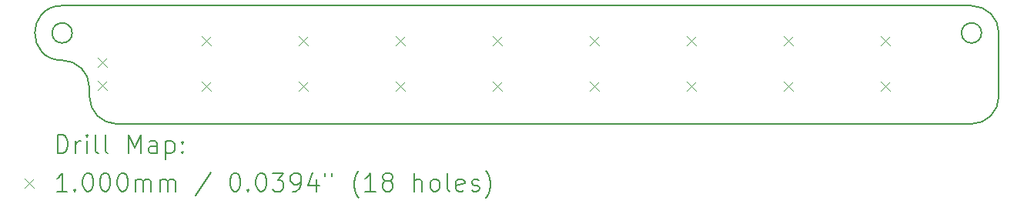
<source format=gbr>
%TF.GenerationSoftware,KiCad,Pcbnew,7.0.11*%
%TF.CreationDate,2025-01-20T02:25:37+09:00*%
%TF.ProjectId,Capasitor,43617061-7369-4746-9f72-2e6b69636164,rev?*%
%TF.SameCoordinates,Original*%
%TF.FileFunction,Drillmap*%
%TF.FilePolarity,Positive*%
%FSLAX45Y45*%
G04 Gerber Fmt 4.5, Leading zero omitted, Abs format (unit mm)*
G04 Created by KiCad (PCBNEW 7.0.11) date 2025-01-20 02:25:37*
%MOMM*%
%LPD*%
G01*
G04 APERTURE LIST*
%ADD10C,0.200000*%
%ADD11C,0.100000*%
G04 APERTURE END LIST*
D10*
X10104600Y-9810000D02*
G75*
G03*
X9884600Y-9810000I-110000J0D01*
G01*
X9884600Y-9810000D02*
G75*
G03*
X10104600Y-9810000I110000J0D01*
G01*
X20104600Y-9810000D02*
G75*
G03*
X19884600Y-9810000I-110000J0D01*
G01*
X19884600Y-9810000D02*
G75*
G03*
X20104600Y-9810000I110000J0D01*
G01*
X10294600Y-10410000D02*
X10294600Y-10510000D01*
X10294600Y-10410000D02*
G75*
G03*
X9994600Y-10110000I-300000J0D01*
G01*
X9994600Y-9510000D02*
G75*
G03*
X9994600Y-10110000I0J-300000D01*
G01*
X19994600Y-9510000D02*
X9994600Y-9510000D01*
X20294600Y-9810000D02*
G75*
G03*
X19994600Y-9510000I-300000J0D01*
G01*
X20294600Y-10510000D02*
X20294600Y-9810000D01*
X19994600Y-10810000D02*
G75*
G03*
X20294600Y-10510000I0J300000D01*
G01*
X10594600Y-10810000D02*
X19994600Y-10810000D01*
X10294600Y-10510000D02*
G75*
G03*
X10594600Y-10810000I300000J0D01*
G01*
D11*
X10389400Y-10084100D02*
X10489400Y-10184100D01*
X10489400Y-10084100D02*
X10389400Y-10184100D01*
X10389400Y-10338100D02*
X10489400Y-10438100D01*
X10489400Y-10338100D02*
X10389400Y-10438100D01*
X11532400Y-9847832D02*
X11632400Y-9947832D01*
X11632400Y-9847832D02*
X11532400Y-9947832D01*
X11532400Y-10347832D02*
X11632400Y-10447832D01*
X11632400Y-10347832D02*
X11532400Y-10447832D01*
X12599200Y-9847832D02*
X12699200Y-9947832D01*
X12699200Y-9847832D02*
X12599200Y-9947832D01*
X12599200Y-10347832D02*
X12699200Y-10447832D01*
X12699200Y-10347832D02*
X12599200Y-10447832D01*
X13666000Y-9847832D02*
X13766000Y-9947832D01*
X13766000Y-9847832D02*
X13666000Y-9947832D01*
X13666000Y-10347832D02*
X13766000Y-10447832D01*
X13766000Y-10347832D02*
X13666000Y-10447832D01*
X14732800Y-9847832D02*
X14832800Y-9947832D01*
X14832800Y-9847832D02*
X14732800Y-9947832D01*
X14732800Y-10347832D02*
X14832800Y-10447832D01*
X14832800Y-10347832D02*
X14732800Y-10447832D01*
X15799600Y-9847832D02*
X15899600Y-9947832D01*
X15899600Y-9847832D02*
X15799600Y-9947832D01*
X15799600Y-10347832D02*
X15899600Y-10447832D01*
X15899600Y-10347832D02*
X15799600Y-10447832D01*
X16866400Y-9847832D02*
X16966400Y-9947832D01*
X16966400Y-9847832D02*
X16866400Y-9947832D01*
X16866400Y-10347832D02*
X16966400Y-10447832D01*
X16966400Y-10347832D02*
X16866400Y-10447832D01*
X17933200Y-9847832D02*
X18033200Y-9947832D01*
X18033200Y-9847832D02*
X17933200Y-9947832D01*
X17933200Y-10347832D02*
X18033200Y-10447832D01*
X18033200Y-10347832D02*
X17933200Y-10447832D01*
X19000000Y-9847832D02*
X19100000Y-9947832D01*
X19100000Y-9847832D02*
X19000000Y-9947832D01*
X19000000Y-10347832D02*
X19100000Y-10447832D01*
X19100000Y-10347832D02*
X19000000Y-10447832D01*
D10*
X9945376Y-11131484D02*
X9945376Y-10931484D01*
X9945376Y-10931484D02*
X9992995Y-10931484D01*
X9992995Y-10931484D02*
X10021567Y-10941008D01*
X10021567Y-10941008D02*
X10040615Y-10960055D01*
X10040615Y-10960055D02*
X10050138Y-10979103D01*
X10050138Y-10979103D02*
X10059662Y-11017198D01*
X10059662Y-11017198D02*
X10059662Y-11045770D01*
X10059662Y-11045770D02*
X10050138Y-11083865D01*
X10050138Y-11083865D02*
X10040615Y-11102912D01*
X10040615Y-11102912D02*
X10021567Y-11121960D01*
X10021567Y-11121960D02*
X9992995Y-11131484D01*
X9992995Y-11131484D02*
X9945376Y-11131484D01*
X10145376Y-11131484D02*
X10145376Y-10998150D01*
X10145376Y-11036246D02*
X10154900Y-11017198D01*
X10154900Y-11017198D02*
X10164424Y-11007674D01*
X10164424Y-11007674D02*
X10183472Y-10998150D01*
X10183472Y-10998150D02*
X10202519Y-10998150D01*
X10269186Y-11131484D02*
X10269186Y-10998150D01*
X10269186Y-10931484D02*
X10259662Y-10941008D01*
X10259662Y-10941008D02*
X10269186Y-10950531D01*
X10269186Y-10950531D02*
X10278710Y-10941008D01*
X10278710Y-10941008D02*
X10269186Y-10931484D01*
X10269186Y-10931484D02*
X10269186Y-10950531D01*
X10392995Y-11131484D02*
X10373948Y-11121960D01*
X10373948Y-11121960D02*
X10364424Y-11102912D01*
X10364424Y-11102912D02*
X10364424Y-10931484D01*
X10497757Y-11131484D02*
X10478710Y-11121960D01*
X10478710Y-11121960D02*
X10469186Y-11102912D01*
X10469186Y-11102912D02*
X10469186Y-10931484D01*
X10726329Y-11131484D02*
X10726329Y-10931484D01*
X10726329Y-10931484D02*
X10792996Y-11074341D01*
X10792996Y-11074341D02*
X10859662Y-10931484D01*
X10859662Y-10931484D02*
X10859662Y-11131484D01*
X11040615Y-11131484D02*
X11040615Y-11026722D01*
X11040615Y-11026722D02*
X11031091Y-11007674D01*
X11031091Y-11007674D02*
X11012043Y-10998150D01*
X11012043Y-10998150D02*
X10973948Y-10998150D01*
X10973948Y-10998150D02*
X10954900Y-11007674D01*
X11040615Y-11121960D02*
X11021567Y-11131484D01*
X11021567Y-11131484D02*
X10973948Y-11131484D01*
X10973948Y-11131484D02*
X10954900Y-11121960D01*
X10954900Y-11121960D02*
X10945376Y-11102912D01*
X10945376Y-11102912D02*
X10945376Y-11083865D01*
X10945376Y-11083865D02*
X10954900Y-11064817D01*
X10954900Y-11064817D02*
X10973948Y-11055293D01*
X10973948Y-11055293D02*
X11021567Y-11055293D01*
X11021567Y-11055293D02*
X11040615Y-11045770D01*
X11135853Y-10998150D02*
X11135853Y-11198150D01*
X11135853Y-11007674D02*
X11154900Y-10998150D01*
X11154900Y-10998150D02*
X11192995Y-10998150D01*
X11192995Y-10998150D02*
X11212043Y-11007674D01*
X11212043Y-11007674D02*
X11221567Y-11017198D01*
X11221567Y-11017198D02*
X11231091Y-11036246D01*
X11231091Y-11036246D02*
X11231091Y-11093389D01*
X11231091Y-11093389D02*
X11221567Y-11112436D01*
X11221567Y-11112436D02*
X11212043Y-11121960D01*
X11212043Y-11121960D02*
X11192995Y-11131484D01*
X11192995Y-11131484D02*
X11154900Y-11131484D01*
X11154900Y-11131484D02*
X11135853Y-11121960D01*
X11316805Y-11112436D02*
X11326329Y-11121960D01*
X11326329Y-11121960D02*
X11316805Y-11131484D01*
X11316805Y-11131484D02*
X11307281Y-11121960D01*
X11307281Y-11121960D02*
X11316805Y-11112436D01*
X11316805Y-11112436D02*
X11316805Y-11131484D01*
X11316805Y-11007674D02*
X11326329Y-11017198D01*
X11326329Y-11017198D02*
X11316805Y-11026722D01*
X11316805Y-11026722D02*
X11307281Y-11017198D01*
X11307281Y-11017198D02*
X11316805Y-11007674D01*
X11316805Y-11007674D02*
X11316805Y-11026722D01*
D11*
X9584600Y-11410000D02*
X9684600Y-11510000D01*
X9684600Y-11410000D02*
X9584600Y-11510000D01*
D10*
X10050138Y-11551484D02*
X9935853Y-11551484D01*
X9992995Y-11551484D02*
X9992995Y-11351484D01*
X9992995Y-11351484D02*
X9973948Y-11380055D01*
X9973948Y-11380055D02*
X9954900Y-11399103D01*
X9954900Y-11399103D02*
X9935853Y-11408627D01*
X10135853Y-11532436D02*
X10145376Y-11541960D01*
X10145376Y-11541960D02*
X10135853Y-11551484D01*
X10135853Y-11551484D02*
X10126329Y-11541960D01*
X10126329Y-11541960D02*
X10135853Y-11532436D01*
X10135853Y-11532436D02*
X10135853Y-11551484D01*
X10269186Y-11351484D02*
X10288234Y-11351484D01*
X10288234Y-11351484D02*
X10307281Y-11361008D01*
X10307281Y-11361008D02*
X10316805Y-11370531D01*
X10316805Y-11370531D02*
X10326329Y-11389579D01*
X10326329Y-11389579D02*
X10335853Y-11427674D01*
X10335853Y-11427674D02*
X10335853Y-11475293D01*
X10335853Y-11475293D02*
X10326329Y-11513388D01*
X10326329Y-11513388D02*
X10316805Y-11532436D01*
X10316805Y-11532436D02*
X10307281Y-11541960D01*
X10307281Y-11541960D02*
X10288234Y-11551484D01*
X10288234Y-11551484D02*
X10269186Y-11551484D01*
X10269186Y-11551484D02*
X10250138Y-11541960D01*
X10250138Y-11541960D02*
X10240615Y-11532436D01*
X10240615Y-11532436D02*
X10231091Y-11513388D01*
X10231091Y-11513388D02*
X10221567Y-11475293D01*
X10221567Y-11475293D02*
X10221567Y-11427674D01*
X10221567Y-11427674D02*
X10231091Y-11389579D01*
X10231091Y-11389579D02*
X10240615Y-11370531D01*
X10240615Y-11370531D02*
X10250138Y-11361008D01*
X10250138Y-11361008D02*
X10269186Y-11351484D01*
X10459662Y-11351484D02*
X10478710Y-11351484D01*
X10478710Y-11351484D02*
X10497757Y-11361008D01*
X10497757Y-11361008D02*
X10507281Y-11370531D01*
X10507281Y-11370531D02*
X10516805Y-11389579D01*
X10516805Y-11389579D02*
X10526329Y-11427674D01*
X10526329Y-11427674D02*
X10526329Y-11475293D01*
X10526329Y-11475293D02*
X10516805Y-11513388D01*
X10516805Y-11513388D02*
X10507281Y-11532436D01*
X10507281Y-11532436D02*
X10497757Y-11541960D01*
X10497757Y-11541960D02*
X10478710Y-11551484D01*
X10478710Y-11551484D02*
X10459662Y-11551484D01*
X10459662Y-11551484D02*
X10440615Y-11541960D01*
X10440615Y-11541960D02*
X10431091Y-11532436D01*
X10431091Y-11532436D02*
X10421567Y-11513388D01*
X10421567Y-11513388D02*
X10412043Y-11475293D01*
X10412043Y-11475293D02*
X10412043Y-11427674D01*
X10412043Y-11427674D02*
X10421567Y-11389579D01*
X10421567Y-11389579D02*
X10431091Y-11370531D01*
X10431091Y-11370531D02*
X10440615Y-11361008D01*
X10440615Y-11361008D02*
X10459662Y-11351484D01*
X10650138Y-11351484D02*
X10669186Y-11351484D01*
X10669186Y-11351484D02*
X10688234Y-11361008D01*
X10688234Y-11361008D02*
X10697757Y-11370531D01*
X10697757Y-11370531D02*
X10707281Y-11389579D01*
X10707281Y-11389579D02*
X10716805Y-11427674D01*
X10716805Y-11427674D02*
X10716805Y-11475293D01*
X10716805Y-11475293D02*
X10707281Y-11513388D01*
X10707281Y-11513388D02*
X10697757Y-11532436D01*
X10697757Y-11532436D02*
X10688234Y-11541960D01*
X10688234Y-11541960D02*
X10669186Y-11551484D01*
X10669186Y-11551484D02*
X10650138Y-11551484D01*
X10650138Y-11551484D02*
X10631091Y-11541960D01*
X10631091Y-11541960D02*
X10621567Y-11532436D01*
X10621567Y-11532436D02*
X10612043Y-11513388D01*
X10612043Y-11513388D02*
X10602519Y-11475293D01*
X10602519Y-11475293D02*
X10602519Y-11427674D01*
X10602519Y-11427674D02*
X10612043Y-11389579D01*
X10612043Y-11389579D02*
X10621567Y-11370531D01*
X10621567Y-11370531D02*
X10631091Y-11361008D01*
X10631091Y-11361008D02*
X10650138Y-11351484D01*
X10802519Y-11551484D02*
X10802519Y-11418150D01*
X10802519Y-11437198D02*
X10812043Y-11427674D01*
X10812043Y-11427674D02*
X10831091Y-11418150D01*
X10831091Y-11418150D02*
X10859662Y-11418150D01*
X10859662Y-11418150D02*
X10878710Y-11427674D01*
X10878710Y-11427674D02*
X10888234Y-11446722D01*
X10888234Y-11446722D02*
X10888234Y-11551484D01*
X10888234Y-11446722D02*
X10897757Y-11427674D01*
X10897757Y-11427674D02*
X10916805Y-11418150D01*
X10916805Y-11418150D02*
X10945376Y-11418150D01*
X10945376Y-11418150D02*
X10964424Y-11427674D01*
X10964424Y-11427674D02*
X10973948Y-11446722D01*
X10973948Y-11446722D02*
X10973948Y-11551484D01*
X11069186Y-11551484D02*
X11069186Y-11418150D01*
X11069186Y-11437198D02*
X11078710Y-11427674D01*
X11078710Y-11427674D02*
X11097757Y-11418150D01*
X11097757Y-11418150D02*
X11126329Y-11418150D01*
X11126329Y-11418150D02*
X11145377Y-11427674D01*
X11145377Y-11427674D02*
X11154900Y-11446722D01*
X11154900Y-11446722D02*
X11154900Y-11551484D01*
X11154900Y-11446722D02*
X11164424Y-11427674D01*
X11164424Y-11427674D02*
X11183472Y-11418150D01*
X11183472Y-11418150D02*
X11212043Y-11418150D01*
X11212043Y-11418150D02*
X11231091Y-11427674D01*
X11231091Y-11427674D02*
X11240615Y-11446722D01*
X11240615Y-11446722D02*
X11240615Y-11551484D01*
X11631091Y-11341960D02*
X11459662Y-11599103D01*
X11888234Y-11351484D02*
X11907281Y-11351484D01*
X11907281Y-11351484D02*
X11926329Y-11361008D01*
X11926329Y-11361008D02*
X11935853Y-11370531D01*
X11935853Y-11370531D02*
X11945377Y-11389579D01*
X11945377Y-11389579D02*
X11954900Y-11427674D01*
X11954900Y-11427674D02*
X11954900Y-11475293D01*
X11954900Y-11475293D02*
X11945377Y-11513388D01*
X11945377Y-11513388D02*
X11935853Y-11532436D01*
X11935853Y-11532436D02*
X11926329Y-11541960D01*
X11926329Y-11541960D02*
X11907281Y-11551484D01*
X11907281Y-11551484D02*
X11888234Y-11551484D01*
X11888234Y-11551484D02*
X11869186Y-11541960D01*
X11869186Y-11541960D02*
X11859662Y-11532436D01*
X11859662Y-11532436D02*
X11850138Y-11513388D01*
X11850138Y-11513388D02*
X11840615Y-11475293D01*
X11840615Y-11475293D02*
X11840615Y-11427674D01*
X11840615Y-11427674D02*
X11850138Y-11389579D01*
X11850138Y-11389579D02*
X11859662Y-11370531D01*
X11859662Y-11370531D02*
X11869186Y-11361008D01*
X11869186Y-11361008D02*
X11888234Y-11351484D01*
X12040615Y-11532436D02*
X12050138Y-11541960D01*
X12050138Y-11541960D02*
X12040615Y-11551484D01*
X12040615Y-11551484D02*
X12031091Y-11541960D01*
X12031091Y-11541960D02*
X12040615Y-11532436D01*
X12040615Y-11532436D02*
X12040615Y-11551484D01*
X12173948Y-11351484D02*
X12192996Y-11351484D01*
X12192996Y-11351484D02*
X12212043Y-11361008D01*
X12212043Y-11361008D02*
X12221567Y-11370531D01*
X12221567Y-11370531D02*
X12231091Y-11389579D01*
X12231091Y-11389579D02*
X12240615Y-11427674D01*
X12240615Y-11427674D02*
X12240615Y-11475293D01*
X12240615Y-11475293D02*
X12231091Y-11513388D01*
X12231091Y-11513388D02*
X12221567Y-11532436D01*
X12221567Y-11532436D02*
X12212043Y-11541960D01*
X12212043Y-11541960D02*
X12192996Y-11551484D01*
X12192996Y-11551484D02*
X12173948Y-11551484D01*
X12173948Y-11551484D02*
X12154900Y-11541960D01*
X12154900Y-11541960D02*
X12145377Y-11532436D01*
X12145377Y-11532436D02*
X12135853Y-11513388D01*
X12135853Y-11513388D02*
X12126329Y-11475293D01*
X12126329Y-11475293D02*
X12126329Y-11427674D01*
X12126329Y-11427674D02*
X12135853Y-11389579D01*
X12135853Y-11389579D02*
X12145377Y-11370531D01*
X12145377Y-11370531D02*
X12154900Y-11361008D01*
X12154900Y-11361008D02*
X12173948Y-11351484D01*
X12307281Y-11351484D02*
X12431091Y-11351484D01*
X12431091Y-11351484D02*
X12364424Y-11427674D01*
X12364424Y-11427674D02*
X12392996Y-11427674D01*
X12392996Y-11427674D02*
X12412043Y-11437198D01*
X12412043Y-11437198D02*
X12421567Y-11446722D01*
X12421567Y-11446722D02*
X12431091Y-11465769D01*
X12431091Y-11465769D02*
X12431091Y-11513388D01*
X12431091Y-11513388D02*
X12421567Y-11532436D01*
X12421567Y-11532436D02*
X12412043Y-11541960D01*
X12412043Y-11541960D02*
X12392996Y-11551484D01*
X12392996Y-11551484D02*
X12335853Y-11551484D01*
X12335853Y-11551484D02*
X12316805Y-11541960D01*
X12316805Y-11541960D02*
X12307281Y-11532436D01*
X12526329Y-11551484D02*
X12564424Y-11551484D01*
X12564424Y-11551484D02*
X12583472Y-11541960D01*
X12583472Y-11541960D02*
X12592996Y-11532436D01*
X12592996Y-11532436D02*
X12612043Y-11503865D01*
X12612043Y-11503865D02*
X12621567Y-11465769D01*
X12621567Y-11465769D02*
X12621567Y-11389579D01*
X12621567Y-11389579D02*
X12612043Y-11370531D01*
X12612043Y-11370531D02*
X12602519Y-11361008D01*
X12602519Y-11361008D02*
X12583472Y-11351484D01*
X12583472Y-11351484D02*
X12545377Y-11351484D01*
X12545377Y-11351484D02*
X12526329Y-11361008D01*
X12526329Y-11361008D02*
X12516805Y-11370531D01*
X12516805Y-11370531D02*
X12507281Y-11389579D01*
X12507281Y-11389579D02*
X12507281Y-11437198D01*
X12507281Y-11437198D02*
X12516805Y-11456246D01*
X12516805Y-11456246D02*
X12526329Y-11465769D01*
X12526329Y-11465769D02*
X12545377Y-11475293D01*
X12545377Y-11475293D02*
X12583472Y-11475293D01*
X12583472Y-11475293D02*
X12602519Y-11465769D01*
X12602519Y-11465769D02*
X12612043Y-11456246D01*
X12612043Y-11456246D02*
X12621567Y-11437198D01*
X12792996Y-11418150D02*
X12792996Y-11551484D01*
X12745377Y-11341960D02*
X12697758Y-11484817D01*
X12697758Y-11484817D02*
X12821567Y-11484817D01*
X12888234Y-11351484D02*
X12888234Y-11389579D01*
X12964424Y-11351484D02*
X12964424Y-11389579D01*
X13259662Y-11627674D02*
X13250139Y-11618150D01*
X13250139Y-11618150D02*
X13231091Y-11589579D01*
X13231091Y-11589579D02*
X13221567Y-11570531D01*
X13221567Y-11570531D02*
X13212043Y-11541960D01*
X13212043Y-11541960D02*
X13202520Y-11494341D01*
X13202520Y-11494341D02*
X13202520Y-11456246D01*
X13202520Y-11456246D02*
X13212043Y-11408627D01*
X13212043Y-11408627D02*
X13221567Y-11380055D01*
X13221567Y-11380055D02*
X13231091Y-11361008D01*
X13231091Y-11361008D02*
X13250139Y-11332436D01*
X13250139Y-11332436D02*
X13259662Y-11322912D01*
X13440615Y-11551484D02*
X13326329Y-11551484D01*
X13383472Y-11551484D02*
X13383472Y-11351484D01*
X13383472Y-11351484D02*
X13364424Y-11380055D01*
X13364424Y-11380055D02*
X13345377Y-11399103D01*
X13345377Y-11399103D02*
X13326329Y-11408627D01*
X13554900Y-11437198D02*
X13535853Y-11427674D01*
X13535853Y-11427674D02*
X13526329Y-11418150D01*
X13526329Y-11418150D02*
X13516805Y-11399103D01*
X13516805Y-11399103D02*
X13516805Y-11389579D01*
X13516805Y-11389579D02*
X13526329Y-11370531D01*
X13526329Y-11370531D02*
X13535853Y-11361008D01*
X13535853Y-11361008D02*
X13554900Y-11351484D01*
X13554900Y-11351484D02*
X13592996Y-11351484D01*
X13592996Y-11351484D02*
X13612043Y-11361008D01*
X13612043Y-11361008D02*
X13621567Y-11370531D01*
X13621567Y-11370531D02*
X13631091Y-11389579D01*
X13631091Y-11389579D02*
X13631091Y-11399103D01*
X13631091Y-11399103D02*
X13621567Y-11418150D01*
X13621567Y-11418150D02*
X13612043Y-11427674D01*
X13612043Y-11427674D02*
X13592996Y-11437198D01*
X13592996Y-11437198D02*
X13554900Y-11437198D01*
X13554900Y-11437198D02*
X13535853Y-11446722D01*
X13535853Y-11446722D02*
X13526329Y-11456246D01*
X13526329Y-11456246D02*
X13516805Y-11475293D01*
X13516805Y-11475293D02*
X13516805Y-11513388D01*
X13516805Y-11513388D02*
X13526329Y-11532436D01*
X13526329Y-11532436D02*
X13535853Y-11541960D01*
X13535853Y-11541960D02*
X13554900Y-11551484D01*
X13554900Y-11551484D02*
X13592996Y-11551484D01*
X13592996Y-11551484D02*
X13612043Y-11541960D01*
X13612043Y-11541960D02*
X13621567Y-11532436D01*
X13621567Y-11532436D02*
X13631091Y-11513388D01*
X13631091Y-11513388D02*
X13631091Y-11475293D01*
X13631091Y-11475293D02*
X13621567Y-11456246D01*
X13621567Y-11456246D02*
X13612043Y-11446722D01*
X13612043Y-11446722D02*
X13592996Y-11437198D01*
X13869186Y-11551484D02*
X13869186Y-11351484D01*
X13954901Y-11551484D02*
X13954901Y-11446722D01*
X13954901Y-11446722D02*
X13945377Y-11427674D01*
X13945377Y-11427674D02*
X13926329Y-11418150D01*
X13926329Y-11418150D02*
X13897758Y-11418150D01*
X13897758Y-11418150D02*
X13878710Y-11427674D01*
X13878710Y-11427674D02*
X13869186Y-11437198D01*
X14078710Y-11551484D02*
X14059662Y-11541960D01*
X14059662Y-11541960D02*
X14050139Y-11532436D01*
X14050139Y-11532436D02*
X14040615Y-11513388D01*
X14040615Y-11513388D02*
X14040615Y-11456246D01*
X14040615Y-11456246D02*
X14050139Y-11437198D01*
X14050139Y-11437198D02*
X14059662Y-11427674D01*
X14059662Y-11427674D02*
X14078710Y-11418150D01*
X14078710Y-11418150D02*
X14107282Y-11418150D01*
X14107282Y-11418150D02*
X14126329Y-11427674D01*
X14126329Y-11427674D02*
X14135853Y-11437198D01*
X14135853Y-11437198D02*
X14145377Y-11456246D01*
X14145377Y-11456246D02*
X14145377Y-11513388D01*
X14145377Y-11513388D02*
X14135853Y-11532436D01*
X14135853Y-11532436D02*
X14126329Y-11541960D01*
X14126329Y-11541960D02*
X14107282Y-11551484D01*
X14107282Y-11551484D02*
X14078710Y-11551484D01*
X14259662Y-11551484D02*
X14240615Y-11541960D01*
X14240615Y-11541960D02*
X14231091Y-11522912D01*
X14231091Y-11522912D02*
X14231091Y-11351484D01*
X14412043Y-11541960D02*
X14392996Y-11551484D01*
X14392996Y-11551484D02*
X14354901Y-11551484D01*
X14354901Y-11551484D02*
X14335853Y-11541960D01*
X14335853Y-11541960D02*
X14326329Y-11522912D01*
X14326329Y-11522912D02*
X14326329Y-11446722D01*
X14326329Y-11446722D02*
X14335853Y-11427674D01*
X14335853Y-11427674D02*
X14354901Y-11418150D01*
X14354901Y-11418150D02*
X14392996Y-11418150D01*
X14392996Y-11418150D02*
X14412043Y-11427674D01*
X14412043Y-11427674D02*
X14421567Y-11446722D01*
X14421567Y-11446722D02*
X14421567Y-11465769D01*
X14421567Y-11465769D02*
X14326329Y-11484817D01*
X14497758Y-11541960D02*
X14516805Y-11551484D01*
X14516805Y-11551484D02*
X14554901Y-11551484D01*
X14554901Y-11551484D02*
X14573948Y-11541960D01*
X14573948Y-11541960D02*
X14583472Y-11522912D01*
X14583472Y-11522912D02*
X14583472Y-11513388D01*
X14583472Y-11513388D02*
X14573948Y-11494341D01*
X14573948Y-11494341D02*
X14554901Y-11484817D01*
X14554901Y-11484817D02*
X14526329Y-11484817D01*
X14526329Y-11484817D02*
X14507282Y-11475293D01*
X14507282Y-11475293D02*
X14497758Y-11456246D01*
X14497758Y-11456246D02*
X14497758Y-11446722D01*
X14497758Y-11446722D02*
X14507282Y-11427674D01*
X14507282Y-11427674D02*
X14526329Y-11418150D01*
X14526329Y-11418150D02*
X14554901Y-11418150D01*
X14554901Y-11418150D02*
X14573948Y-11427674D01*
X14650139Y-11627674D02*
X14659663Y-11618150D01*
X14659663Y-11618150D02*
X14678710Y-11589579D01*
X14678710Y-11589579D02*
X14688234Y-11570531D01*
X14688234Y-11570531D02*
X14697758Y-11541960D01*
X14697758Y-11541960D02*
X14707282Y-11494341D01*
X14707282Y-11494341D02*
X14707282Y-11456246D01*
X14707282Y-11456246D02*
X14697758Y-11408627D01*
X14697758Y-11408627D02*
X14688234Y-11380055D01*
X14688234Y-11380055D02*
X14678710Y-11361008D01*
X14678710Y-11361008D02*
X14659663Y-11332436D01*
X14659663Y-11332436D02*
X14650139Y-11322912D01*
M02*

</source>
